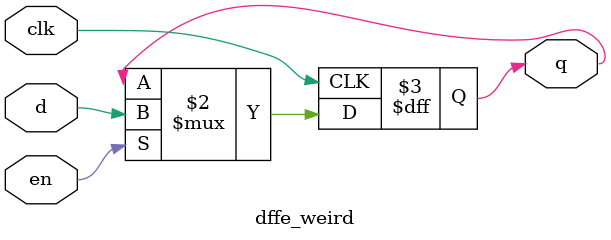
<source format=v>
module dffe_weird (
    input  clk,
    input  d,
    input  en,
    output reg q
);
    always @(posedge clk) begin
        q <= en ? d : q;
    end

endmodule
</source>
